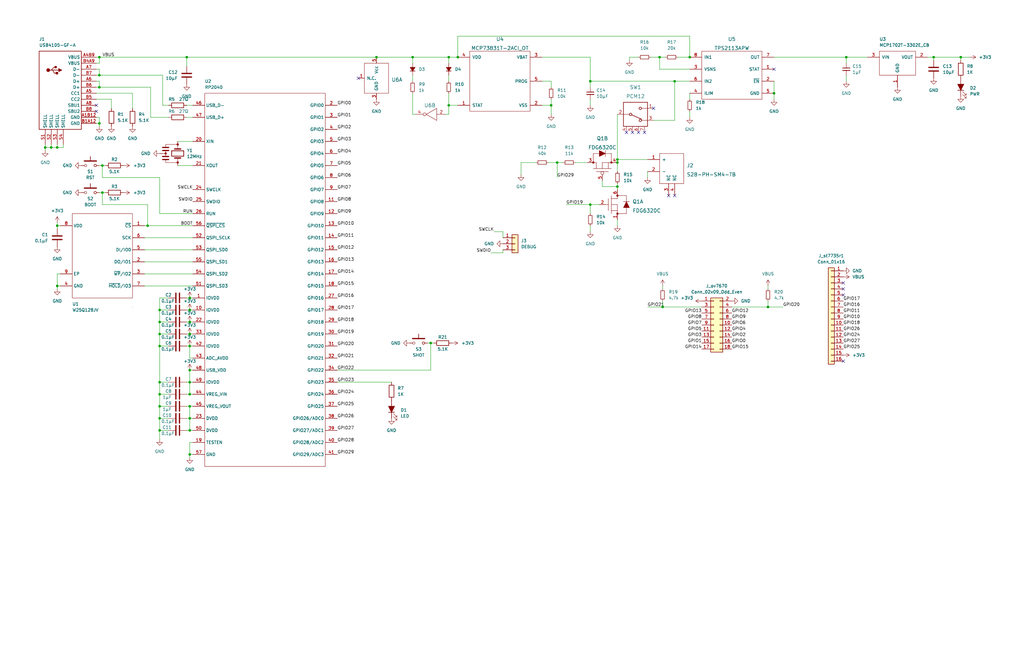
<source format=kicad_sch>
(kicad_sch (version 20211123) (generator eeschema)
  (paper "USLedger")
  (title_block (title "ENGR3430 final_proj_basedon_mp3") (date "2022-09-22") (company "Olin College of Engineering"))
  (junction (at 234.95 68.58))
  (junction (at 67.31 130.81))
  (junction (at 290.83 24.13))
  (junction (at 326.39 39.37))
  (junction (at 260.35 78.74))
  (junction (at 67.31 146.05))
  (junction (at 80.01 125.73))
  (junction (at 189.23 44.45))
  (junction (at 67.31 171.45))
  (junction (at 80.01 156.21))
  (junction (at 41.91 24.13))
  (junction (at 173.99 24.13))
  (junction (at 41.91 36.83))
  (junction (at 19.05 62.23))
  (junction (at 80.01 176.53))
  (junction (at 189.23 24.13))
  (junction (at 41.91 52.07))
  (junction (at 405.13 24.13))
  (junction (at 279.4 129.54))
  (junction (at 284.48 34.29))
  (junction (at 193.04 24.13))
  (junction (at 356.87 24.13))
  (junction (at 181.61 144.78))
  (junction (at 67.31 161.29))
  (junction (at 80.01 166.37))
  (junction (at 78.74 24.13))
  (junction (at 80.01 135.89))
  (junction (at 80.01 140.97))
  (junction (at 67.31 140.97))
  (junction (at 232.41 44.45))
  (junction (at 80.01 191.77))
  (junction (at 80.01 171.45))
  (junction (at 260.35 68.58))
  (junction (at 158.75 24.13))
  (junction (at 393.7 24.13))
  (junction (at 21.59 62.23))
  (junction (at 80.01 181.61))
  (junction (at 67.31 176.53))
  (junction (at 80.01 161.29))
  (junction (at 43.18 69.85))
  (junction (at 80.01 146.05))
  (junction (at 24.13 120.65))
  (junction (at 43.18 81.28))
  (junction (at 248.92 86.36))
  (junction (at 260.35 67.31))
  (junction (at 323.85 129.54))
  (junction (at 62.23 95.25))
  (junction (at 24.13 95.25))
  (junction (at 67.31 181.61))
  (junction (at 24.13 62.23))
  (junction (at 278.13 24.13))
  (junction (at 41.91 31.75))
  (junction (at 67.31 166.37))
  (junction (at 248.92 34.29))
  (junction (at 80.01 130.81))
  (junction (at 67.31 135.89))
  (no_connect (at 151.13 33.02))
  (no_connect (at 40.64 46.99))
  (no_connect (at 40.64 44.45))
  (no_connect (at 269.24 55.88))
  (no_connect (at 264.16 55.88))
  (no_connect (at 266.7 55.88))
  (no_connect (at 275.59 45.72))
  (no_connect (at 271.78 55.88))
  (no_connect (at 355.6 119.38))
  (no_connect (at 355.6 121.92))
  (no_connect (at 355.6 124.46))
  (no_connect (at 355.6 152.4))
  (no_connect (at 281.94 82.55))
  (no_connect (at 284.48 82.55))
  (no_connect (at 326.39 29.21))
  (wire (pts (xy 356.87 24.13) (xy 365.76 24.13)))
  (wire (pts (xy 78.74 146.05) (xy 80.01 146.05)))
  (wire (pts (xy 67.31 130.81) (xy 71.12 130.81)))
  (wire (pts (xy 158.75 24.13) (xy 173.99 24.13)))
  (wire (pts (xy 78.74 140.97) (xy 80.01 140.97)))
  (wire (pts (xy 212.09 106.68) (xy 212.09 105.41)))
  (wire (pts (xy 67.31 146.05) (xy 67.31 140.97)))
  (wire (pts (xy 40.64 36.83) (xy 41.91 36.83)))
  (wire (pts (xy 219.71 68.58) (xy 219.71 73.66)))
  (wire (pts (xy 68.58 31.75) (xy 68.58 44.45)))
  (wire (pts (xy 260.35 77.47) (xy 260.35 78.74)))
  (wire (pts (xy 193.04 15.24) (xy 290.83 15.24)))
  (wire (pts (xy 260.35 48.26) (xy 260.35 67.31)))
  (wire (pts (xy 173.99 48.26) (xy 175.26 48.26)))
  (wire (pts (xy 41.91 36.83) (xy 63.5 36.83)))
  (wire (pts (xy 278.13 24.13) (xy 280.67 24.13)))
  (wire (pts (xy 80.01 166.37) (xy 81.28 166.37)))
  (wire (pts (xy 68.58 44.45) (xy 71.12 44.45)))
  (wire (pts (xy 356.87 31.75) (xy 356.87 34.29)))
  (wire (pts (xy 269.24 24.13) (xy 265.43 24.13)))
  (wire (pts (xy 189.23 44.45) (xy 193.04 44.45)))
  (wire (pts (xy 173.99 24.13) (xy 173.99 26.67)))
  (wire (pts (xy 326.39 24.13) (xy 356.87 24.13)))
  (wire (pts (xy 62.23 86.36) (xy 62.23 95.25)))
  (wire (pts (xy 24.13 62.23) (xy 26.67 62.23)))
  (wire (pts (xy 67.31 166.37) (xy 67.31 161.29)))
  (wire (pts (xy 326.39 34.29) (xy 326.39 39.37)))
  (wire (pts (xy 67.31 161.29) (xy 71.12 161.29)))
  (wire (pts (xy 278.13 24.13) (xy 278.13 29.21)))
  (wire (pts (xy 19.05 60.96) (xy 19.05 62.23)))
  (wire (pts (xy 43.18 86.36) (xy 62.23 86.36)))
  (wire (pts (xy 41.91 49.53) (xy 41.91 52.07)))
  (wire (pts (xy 80.01 146.05) (xy 81.28 146.05)))
  (wire (pts (xy 181.61 144.78) (xy 182.88 144.78)))
  (wire (pts (xy 393.7 24.13) (xy 405.13 24.13)))
  (wire (pts (xy 41.91 36.83) (xy 41.91 34.29)))
  (wire (pts (xy 284.48 34.29) (xy 290.83 34.29)))
  (wire (pts (xy 80.01 171.45) (xy 80.01 176.53)))
  (wire (pts (xy 180.34 144.78) (xy 181.61 144.78)))
  (wire (pts (xy 40.64 29.21) (xy 41.91 29.21)))
  (wire (pts (xy 279.4 127) (xy 279.4 129.54)))
  (wire (pts (xy 67.31 130.81) (xy 67.31 125.73)))
  (wire (pts (xy 67.31 135.89) (xy 67.31 130.81)))
  (wire (pts (xy 78.74 44.45) (xy 81.28 44.45)))
  (wire (pts (xy 80.01 161.29) (xy 81.28 161.29)))
  (wire (pts (xy 55.88 39.37) (xy 55.88 45.72)))
  (wire (pts (xy 80.01 151.13) (xy 81.28 151.13)))
  (wire (pts (xy 78.74 161.29) (xy 80.01 161.29)))
  (wire (pts (xy 78.74 171.45) (xy 80.01 171.45)))
  (wire (pts (xy 284.48 34.29) (xy 284.48 50.8)))
  (wire (pts (xy 67.31 140.97) (xy 67.31 135.89)))
  (wire (pts (xy 326.39 39.37) (xy 326.39 41.91)))
  (wire (pts (xy 285.75 24.13) (xy 290.83 24.13)))
  (wire (pts (xy 67.31 146.05) (xy 71.12 146.05)))
  (wire (pts (xy 142.24 161.29) (xy 165.1 161.29)))
  (wire (pts (xy 60.96 95.25) (xy 62.23 95.25)))
  (wire (pts (xy 41.91 52.07) (xy 41.91 53.34)))
  (wire (pts (xy 67.31 90.17) (xy 81.28 90.17)))
  (wire (pts (xy 248.92 41.91) (xy 248.92 44.45)))
  (wire (pts (xy 80.01 176.53) (xy 80.01 181.61)))
  (wire (pts (xy 81.28 125.73) (xy 80.01 125.73)))
  (wire (pts (xy 181.61 144.78) (xy 181.61 156.21)))
  (wire (pts (xy 46.99 41.91) (xy 46.99 45.72)))
  (wire (pts (xy 24.13 96.52) (xy 24.13 95.25)))
  (wire (pts (xy 278.13 29.21) (xy 290.83 29.21)))
  (wire (pts (xy 24.13 115.57) (xy 24.13 120.65)))
  (wire (pts (xy 78.74 166.37) (xy 80.01 166.37)))
  (wire (pts (xy 43.18 81.28) (xy 44.45 81.28)))
  (wire (pts (xy 63.5 49.53) (xy 71.12 49.53)))
  (wire (pts (xy 187.96 48.26) (xy 189.23 48.26)))
  (wire (pts (xy 193.04 24.13) (xy 193.04 15.24)))
  (wire (pts (xy 80.01 156.21) (xy 80.01 161.29)))
  (wire (pts (xy 290.83 39.37) (xy 290.83 41.91)))
  (wire (pts (xy 228.6 34.29) (xy 232.41 34.29)))
  (wire (pts (xy 81.28 171.45) (xy 80.01 171.45)))
  (wire (pts (xy 78.74 176.53) (xy 80.01 176.53)))
  (wire (pts (xy 40.64 39.37) (xy 55.88 39.37)))
  (wire (pts (xy 265.43 24.13) (xy 265.43 25.4)))
  (wire (pts (xy 391.16 24.13) (xy 393.7 24.13)))
  (wire (pts (xy 232.41 44.45) (xy 232.41 48.26)))
  (wire (pts (xy 207.01 106.68) (xy 212.09 106.68)))
  (wire (pts (xy 78.74 24.13) (xy 78.74 27.94)))
  (wire (pts (xy 226.06 68.58) (xy 219.71 68.58)))
  (wire (pts (xy 41.91 81.28) (xy 43.18 81.28)))
  (wire (pts (xy 24.13 93.98) (xy 24.13 95.25)))
  (wire (pts (xy 60.96 115.57) (xy 81.28 115.57)))
  (wire (pts (xy 21.59 60.96) (xy 21.59 62.23)))
  (wire (pts (xy 25.4 120.65) (xy 24.13 120.65)))
  (wire (pts (xy 189.23 24.13) (xy 193.04 24.13)))
  (wire (pts (xy 80.01 156.21) (xy 81.28 156.21)))
  (wire (pts (xy 41.91 69.85) (xy 43.18 69.85)))
  (wire (pts (xy 80.01 181.61) (xy 81.28 181.61)))
  (wire (pts (xy 41.91 24.13) (xy 41.91 26.67)))
  (wire (pts (xy 41.91 26.67) (xy 40.64 26.67)))
  (wire (pts (xy 273.05 72.39) (xy 273.05 74.93)))
  (wire (pts (xy 41.91 31.75) (xy 68.58 31.75)))
  (wire (pts (xy 67.31 125.73) (xy 71.12 125.73)))
  (wire (pts (xy 41.91 24.13) (xy 78.74 24.13)))
  (wire (pts (xy 173.99 24.13) (xy 189.23 24.13)))
  (wire (pts (xy 260.35 78.74) (xy 260.35 80.01)))
  (wire (pts (xy 260.35 67.31) (xy 273.05 67.31)))
  (wire (pts (xy 279.4 120.65) (xy 279.4 121.92)))
  (wire (pts (xy 232.41 41.91) (xy 232.41 44.45)))
  (wire (pts (xy 81.28 186.69) (xy 80.01 186.69)))
  (wire (pts (xy 248.92 34.29) (xy 284.48 34.29)))
  (wire (pts (xy 290.83 15.24) (xy 290.83 24.13)))
  (wire (pts (xy 67.31 176.53) (xy 71.12 176.53)))
  (wire (pts (xy 41.91 34.29) (xy 40.64 34.29)))
  (wire (pts (xy 67.31 171.45) (xy 67.31 166.37)))
  (wire (pts (xy 405.13 24.13) (xy 408.94 24.13)))
  (wire (pts (xy 80.01 176.53) (xy 81.28 176.53)))
  (wire (pts (xy 41.91 31.75) (xy 40.64 31.75)))
  (wire (pts (xy 21.59 62.23) (xy 24.13 62.23)))
  (wire (pts (xy 252.73 86.36) (xy 248.92 86.36)))
  (wire (pts (xy 63.5 36.83) (xy 63.5 49.53)))
  (wire (pts (xy 173.99 48.26) (xy 173.99 39.37)))
  (wire (pts (xy 231.14 68.58) (xy 234.95 68.58)))
  (wire (pts (xy 24.13 120.65) (xy 24.13 121.92)))
  (wire (pts (xy 19.05 62.23) (xy 21.59 62.23)))
  (wire (pts (xy 234.95 68.58) (xy 234.95 74.93)))
  (wire (pts (xy 279.4 129.54) (xy 295.91 129.54)))
  (wire (pts (xy 189.23 24.13) (xy 189.23 26.67)))
  (wire (pts (xy 189.23 31.75) (xy 189.23 34.29)))
  (wire (pts (xy 62.23 95.25) (xy 81.28 95.25)))
  (wire (pts (xy 80.01 146.05) (xy 80.01 151.13)))
  (wire (pts (xy 208.28 97.79) (xy 212.09 97.79)))
  (wire (pts (xy 238.76 86.36) (xy 248.92 86.36)))
  (wire (pts (xy 80.01 186.69) (xy 80.01 191.77)))
  (wire (pts (xy 189.23 44.45) (xy 189.23 48.26)))
  (wire (pts (xy 40.64 49.53) (xy 41.91 49.53)))
  (wire (pts (xy 80.01 135.89) (xy 81.28 135.89)))
  (wire (pts (xy 308.61 129.54) (xy 323.85 129.54)))
  (wire (pts (xy 248.92 24.13) (xy 248.92 34.29)))
  (wire (pts (xy 67.31 181.61) (xy 71.12 181.61)))
  (wire (pts (xy 60.96 100.33) (xy 81.28 100.33)))
  (wire (pts (xy 323.85 127) (xy 323.85 129.54)))
  (wire (pts (xy 67.31 166.37) (xy 71.12 166.37)))
  (wire (pts (xy 19.05 63.5) (xy 19.05 62.23)))
  (wire (pts (xy 232.41 34.29) (xy 232.41 36.83)))
  (wire (pts (xy 254 76.2) (xy 254 78.74)))
  (wire (pts (xy 60.96 110.49) (xy 81.28 110.49)))
  (wire (pts (xy 41.91 29.21) (xy 41.91 31.75)))
  (wire (pts (xy 41.91 52.07) (xy 40.64 52.07)))
  (wire (pts (xy 24.13 60.96) (xy 24.13 62.23)))
  (wire (pts (xy 67.31 171.45) (xy 71.12 171.45)))
  (wire (pts (xy 173.99 31.75) (xy 173.99 34.29)))
  (wire (pts (xy 60.96 120.65) (xy 81.28 120.65)))
  (wire (pts (xy 26.67 62.23) (xy 26.67 60.96)))
  (wire (pts (xy 24.13 95.25) (xy 25.4 95.25)))
  (wire (pts (xy 43.18 74.93) (xy 67.31 74.93)))
  (wire (pts (xy 78.74 135.89) (xy 80.01 135.89)))
  (wire (pts (xy 393.7 24.13) (xy 393.7 25.4)))
  (wire (pts (xy 284.48 50.8) (xy 275.59 50.8)))
  (wire (pts (xy 212.09 97.79) (xy 212.09 100.33)))
  (wire (pts (xy 80.01 161.29) (xy 80.01 166.37)))
  (wire (pts (xy 81.28 191.77) (xy 80.01 191.77)))
  (wire (pts (xy 43.18 69.85) (xy 44.45 69.85)))
  (wire (pts (xy 80.01 130.81) (xy 81.28 130.81)))
  (wire (pts (xy 43.18 69.85) (xy 43.18 74.93)))
  (wire (pts (xy 40.64 24.13) (xy 41.91 24.13)))
  (wire (pts (xy 260.35 67.31) (xy 260.35 68.58)))
  (wire (pts (xy 290.83 46.99) (xy 290.83 49.53)))
  (wire (pts (xy 260.35 92.71) (xy 260.35 95.25)))
  (wire (pts (xy 274.32 24.13) (xy 278.13 24.13)))
  (wire (pts (xy 74.93 59.69) (xy 81.28 59.69)))
  (wire (pts (xy 248.92 34.29) (xy 248.92 36.83)))
  (wire (pts (xy 78.74 24.13) (xy 158.75 24.13)))
  (wire (pts (xy 67.31 185.42) (xy 67.31 181.61)))
  (wire (pts (xy 60.96 105.41) (xy 81.28 105.41)))
  (wire (pts (xy 405.13 24.13) (xy 405.13 25.4)))
  (wire (pts (xy 248.92 95.25) (xy 248.92 97.79)))
  (wire (pts (xy 228.6 24.13) (xy 248.92 24.13)))
  (wire (pts (xy 228.6 44.45) (xy 232.41 44.45)))
  (wire (pts (xy 78.74 130.81) (xy 80.01 130.81)))
  (wire (pts (xy 181.61 156.21) (xy 142.24 156.21)))
  (wire (pts (xy 43.18 81.28) (xy 43.18 86.36)))
  (wire (pts (xy 234.95 68.58) (xy 237.49 68.58)))
  (wire (pts (xy 25.4 115.57) (xy 24.13 115.57)))
  (wire (pts (xy 323.85 129.54) (xy 330.2 129.54)))
  (wire (pts (xy 323.85 120.65) (xy 323.85 121.92)))
  (wire (pts (xy 248.92 86.36) (xy 248.92 90.17)))
  (wire (pts (xy 356.87 24.13) (xy 356.87 26.67)))
  (wire (pts (xy 67.31 146.05) (xy 67.31 161.29)))
  (wire (pts (xy 273.05 129.54) (xy 279.4 129.54)))
  (wire (pts (xy 78.74 49.53) (xy 81.28 49.53)))
  (wire (pts (xy 80.01 140.97) (xy 81.28 140.97)))
  (wire (pts (xy 67.31 74.93) (xy 67.31 90.17)))
  (wire (pts (xy 74.93 69.85) (xy 81.28 69.85)))
  (wire (pts (xy 40.64 41.91) (xy 46.99 41.91)))
  (wire (pts (xy 189.23 39.37) (xy 189.23 44.45)))
  (wire (pts (xy 67.31 176.53) (xy 67.31 171.45)))
  (wire (pts (xy 78.74 181.61) (xy 80.01 181.61)))
  (wire (pts (xy 254 78.74) (xy 260.35 78.74)))
  (wire (pts (xy 80.01 191.77) (xy 80.01 193.04)))
  (wire (pts (xy 67.31 135.89) (xy 71.12 135.89)))
  (wire (pts (xy 67.31 140.97) (xy 71.12 140.97)))
  (wire (pts (xy 67.31 181.61) (xy 67.31 176.53)))
  (wire (pts (xy 260.35 68.58) (xy 260.35 72.39)))
  (wire (pts (xy 242.57 68.58) (xy 247.65 68.58)))
  (wire (pts (xy 78.74 125.73) (xy 80.01 125.73)))
  (label "GPIO6" (at 308.61 137.16 0))
  (label "GPIO21" (at 142.24 151.13 0))
  (label "GPIO24" (at 355.6 142.24 0))
  (label "GPIO10" (at 355.6 134.62 0))
  (label "GPIO11" (at 355.6 132.08 0))
  (label "GPIO20" (at 330.2 129.54 0))
  (label "GPIO17" (at 142.24 130.81 0))
  (label "GPIO16" (at 142.24 125.73 0))
  (label "GPIO12" (at 142.24 105.41 0))
  (label "GPIO18" (at 355.6 137.16 0))
  (label "GPIO29" (at 234.95 74.93 0))
  (label "GPIO5" (at 295.91 139.7 180))
  (label "GPIO7" (at 295.91 137.16 180))
  (label "GPIO4" (at 142.24 64.77 0))
  (label "RUN" (at 81.28 90.17 180))
  (label "GPIO10" (at 142.24 95.25 0))
  (label "SWDIO" (at 81.28 85.09 180))
  (label "GPIO6" (at 142.24 74.93 0))
  (label "SWCLK" (at 81.28 80.01 180))
  (label "GPIO17" (at 355.6 127 0))
  (label "GPIO28" (at 142.24 186.69 0))
  (label "GPIO27" (at 355.6 144.78 0))
  (label "GPIO24" (at 142.24 166.37 0))
  (label "GPIO27" (at 142.24 181.61 0))
  (label "GPIO26" (at 142.24 176.53 0))
  (label "SWDIO" (at 207.01 106.68 180))
  (label "GPIO13" (at 295.91 132.08 180))
  (label "GPIO14" (at 295.91 147.32 180))
  (label "GPIO1" (at 142.24 49.53 0))
  (label "GPIO19" (at 238.76 86.36 0))
  (label "GPIO25" (at 142.24 171.45 0))
  (label "GPIO9" (at 142.24 90.17 0))
  (label "GPIO0" (at 142.24 44.45 0))
  (label "GPIO14" (at 142.24 115.57 0))
  (label "GPIO18" (at 142.24 135.89 0))
  (label "GPIO15" (at 142.24 120.65 0))
  (label "GPIO26" (at 355.6 139.7 0))
  (label "VBUS" (at 43.18 24.13 0))
  (label "GPIO3" (at 295.91 142.24 180))
  (label "GPIO4" (at 308.61 139.7 0))
  (label "GPIO2" (at 308.61 142.24 0))
  (label "GPIO25" (at 355.6 147.32 0))
  (label "GPIO15" (at 308.61 147.32 0))
  (label "BOOT" (at 81.28 95.25 180))
  (label "GPIO13" (at 142.24 110.49 0))
  (label "GPIO20" (at 142.24 146.05 0))
  (label "GPIO8" (at 142.24 85.09 0))
  (label "GPIO11" (at 142.24 100.33 0))
  (label "GPIO21" (at 273.05 129.54 0))
  (label "GPIO8" (at 295.91 134.62 180))
  (label "GPIO9" (at 308.61 134.62 0))
  (label "GPIO16" (at 355.6 129.54 0))
  (label "GPIO2" (at 142.24 54.61 0))
  (label "GPIO12" (at 308.61 132.08 0))
  (label "GPIO0" (at 308.61 144.78 0))
  (label "GPIO19" (at 142.24 140.97 0))
  (label "GPIO29" (at 142.24 191.77 0))
  (label "GPIO5" (at 142.24 69.85 0))
  (label "SWCLK" (at 208.28 97.79 180))
  (label "GPIO3" (at 142.24 59.69 0))
  (label "GPIO7" (at 142.24 80.01 0))
  (label "GPIO1" (at 295.91 144.78 180))
  (label "GPIO23" (at 142.24 161.29 0))
  (label "GPIO22" (at 142.24 156.21 0))
  (symbol (lib_id "Device:C_Small") (at 248.92 39.37 0) (unit 1)
    (property "Reference" "C14" (at 251.46 38.1062 0) (effects (justify left)))
    (property "Value" "10µF" (at 251.46 40.6462 0) (effects (justify left)))
    (property "Footprint" "Capacitor_SMD:C_0603_1608Metric" (effects hide))
  )
  (symbol (lib_id "Eclectronics:PCM12") (at 267.97 48.26 0) (unit 1)
    (property "Reference" "SW1" (at 267.97 36.83 0) (effects (font (size 1.524 1.524))))
    (property "Value" "PCM12" (at 267.97 40.64 0) (effects (font (size 1.524 1.524))))
    (property "Footprint" "Eclectronics:SW_PCM12SMTR" (effects hide))
  )
  (symbol (lib_id "Connector_Generic:Conn_01x03") (at 217.17 102.87 0) (unit 1)
    (property "Reference" "J3" (at 219.71 101.6 0) (effects (justify left)))
    (property "Value" "DEBUG" (at 219.71 104.14 0) (effects (justify left)))
    (property "Footprint" "Connector_PinHeader_2.54mm:PinHeader_1x03_P2.54mm_Vertical" (effects hide))
  )
  (symbol (lib_id "power:GND") (at 326.39 41.91 0) (unit 1)
    (property "Reference" "#PWR0102" (effects hide))
    (property "Value" "GND" (at 326.39 46.99 0))
  )
  (symbol (lib_id "power:GND") (at 34.29 81.28 270) (unit 1)
    (property "Reference" "#PWR06" (effects hide))
    (property "Value" "GND" (at 30.48 81.2799 90) (effects (justify right)))
  )
  (symbol (lib_id "Eclectronics:SW") (at 176.53 144.78 270) (unit 1)
    (property "Reference" "S3" (at 176.53 147.32 90))
    (property "Value" "SHOT" (at 176.53 149.86 90))
    (property "Footprint" "Eclectronics:KXT321LHS" (effects hide))
  )
  (symbol (lib_id "power:GND") (at 19.05 63.5 0) (unit 1)
    (property "Reference" "#PWR01" (effects hide))
    (property "Value" "GND" (at 19.05 68.58 0))
  )
  (symbol (lib_id "Device:C_Small") (at 356.87 29.21 0) (unit 1)
    (property "Reference" "C15" (at 359.41 27.9462 0) (effects (justify left)))
    (property "Value" "1µF" (at 359.41 30.4862 0) (effects (justify left)))
    (property "Footprint" "Capacitor_SMD:C_0402_1005Metric" (effects hide))
  )
  (symbol (lib_id "power:+3V3") (at 80.01 135.89 0) (unit 1)
    (property "Reference" "#PWR0120" (effects hide))
    (property "Value" "+3V3" (at 80.01 132.08 0))
  )
  (symbol (lib_id "power:GND") (at 172.72 144.78 270) (unit 1)
    (property "Reference" "#PWR?" (effects hide))
    (property "Value" "GND" (at 168.91 144.7799 90) (effects (justify right)))
  )
  (symbol (lib_id "Device:R_Small") (at 260.35 74.93 0) (unit 1)
    (property "Reference" "R15" (at 262.89 73.6599 0) (effects (justify left)))
    (property "Value" "10k" (at 262.89 76.1999 0) (effects (justify left)))
    (property "Footprint" "Resistor_SMD:R_0603_1608Metric" (effects hide))
  )
  (symbol (lib_id "Device:R") (at 74.93 49.53 90) (unit 1)
    (property "Reference" "R6" (at 72.39 46.99 90))
    (property "Value" "27Ω" (at 77.47 46.99 90))
    (property "Footprint" "Resistor_SMD:R_0402_1005Metric" (effects hide))
  )
  (symbol (lib_id "power:GND") (at 212.09 102.87 270) (unit 1)
    (property "Reference" "#PWR026" (effects hide))
    (property "Value" "GND" (at 208.28 102.87 90) (effects (justify right)))
  )
  (symbol (lib_id "Connector_Generic:Conn_02x09_Odd_Even") (at 300.99 137.16 0) (unit 1)
    (property "Reference" "J_ov7670" (at 302.26 120.65 0))
    (property "Value" "Conn_02x09_Odd_Even" (at 302.26 123.19 0))
    (property "Footprint" "Connector_PinHeader_2.54mm:PinHeader_2x09_P2.54mm_Vertical" (effects hide))
  )
  (symbol (lib_id "power:GND") (at 248.92 44.45 0) (unit 1)
    (property "Reference" "#PWR0116" (effects hide))
    (property "Value" "GND" (at 248.92 49.53 0))
  )
  (symbol (lib_id "Eclectronics:SW") (at 38.1 69.85 270) (unit 1)
    (property "Reference" "S1" (at 38.1 72.39 90))
    (property "Value" "RST" (at 38.1 74.93 90))
    (property "Footprint" "Eclectronics:KXT321LHS" (effects hide))
  )
  (symbol (lib_id "Device:C") (at 74.93 140.97 270) (unit 1)
    (property "Reference" "C5" (at 72.39 139.7 90) (effects (justify right)))
    (property "Value" "0.1µF" (at 73.66 142.24 90) (effects (justify right)))
    (property "Footprint" "Capacitor_SMD:C_0402_1005Metric" (effects hide))
  )
  (symbol (lib_id "Device:R") (at 186.69 144.78 90) (unit 1)
    (property "Reference" "R21" (at 186.69 142.24 90))
    (property "Value" "5.1K" (at 186.69 147.32 90))
    (property "Footprint" "Resistor_SMD:R_0402_1005Metric" (effects hide))
  )
  (symbol (lib_id "power:GND") (at 308.61 127 90) (mirror x) (unit 1)
    (property "Reference" "#PWR0111" (effects hide))
    (property "Value" "GND" (at 312.42 126.9999 90) (effects (justify right)))
  )
  (symbol (lib_id "Device:C") (at 74.93 176.53 270) (unit 1)
    (property "Reference" "C10" (at 72.39 175.26 90) (effects (justify right)))
    (property "Value" "0.1µF" (at 73.66 177.8 90) (effects (justify right)))
    (property "Footprint" "Capacitor_SMD:C_0402_1005Metric" (effects hide))
  )
  (symbol (lib_id "Connector_Generic:Conn_01x16") (at 350.52 132.08 0) (mirror y) (unit 1)
    (property "Reference" "J_st7735r1" (at 350.52 107.95 0))
    (property "Value" "Conn_01x16" (at 350.52 110.49 0))
    (property "Footprint" "Connector_PinHeader_2.54mm:PinHeader_1x16_P2.54mm_Vertical" (effects hide))
  )
  (symbol (lib_id "Eclectronics:S2B-PH-SM4-TB") (at 283.21 69.85 0) (unit 1)
    (property "Reference" "J2" (at 289.56 69.85 0) (effects (font (size 1.524 1.524)) (justify left)))
    (property "Value" "S2B-PH-SM4-TB" (at 289.56 73.66 0) (effects (font (size 1.524 1.524)) (justify left)))
    (property "Footprint" "Eclectronics:JST_S2B-PH-SM4-TB(LF)(SN)" (effects hide))
  )
  (symbol (lib_id "Device:C") (at 24.13 100.33 0) (mirror x) (unit 1)
    (property "Reference" "C1" (at 20.32 99.0599 0) (effects (justify right)))
    (property "Value" "0.1µF" (at 20.32 101.5999 0) (effects (justify right)))
    (property "Footprint" "Capacitor_SMD:C_0402_1005Metric" (effects hide))
  )
  (symbol (lib_id "power:GND") (at 46.99 53.34 0) (unit 1)
    (property "Reference" "#PWR08" (effects hide))
    (property "Value" "GND" (at 46.99 58.42 0))
  )
  (symbol (lib_id "Eclectronics:SN74LVC1GU04") (at 181.61 48.26 180) (unit 2)
    (property "Reference" "U6" (at 181.2925 44.45 0) (effects (font (size 1.524 1.524))))
    (property "Value" "SN74LVC1GU04" (effects hide))
    (property "Footprint" "Package_TO_SOT_SMD:SOT-353_SC-70-5" (effects hide))
  )
  (symbol (lib_id "power:GND") (at 378.46 36.83 0) (unit 1)
    (property "Reference" "#PWR018" (effects hide))
    (property "Value" "GND" (at 378.46 41.91 0))
  )
  (symbol (lib_id "Device:C") (at 74.93 146.05 270) (unit 1)
    (property "Reference" "C6" (at 72.39 144.78 90) (effects (justify right)))
    (property "Value" "0.1µF" (at 73.66 147.32 90) (effects (justify right)))
    (property "Footprint" "Capacitor_SMD:C_0402_1005Metric" (effects hide))
  )
  (symbol (lib_id "power:VBUS") (at 279.4 120.65 0) (unit 1)
    (property "Reference" "#PWR0109" (effects hide))
    (property "Value" "VBUS" (at 279.4 115.57 0))
  )
  (symbol (lib_id "Device:R") (at 48.26 69.85 90) (unit 1)
    (property "Reference" "R2" (at 48.26 67.31 90))
    (property "Value" "5.1K" (at 48.26 72.39 90))
    (property "Footprint" "Resistor_SMD:R_0402_1005Metric" (effects hide))
  )
  (symbol (lib_id "Eclectronics:SW") (at 38.1 81.28 270) (unit 1)
    (property "Reference" "S2" (at 38.1 83.82 90))
    (property "Value" "BOOT" (at 38.1 86.36 90))
    (property "Footprint" "Eclectronics:KXT321LHS" (effects hide))
  )
  (symbol (lib_id "power:+3V3") (at 408.94 24.13 270) (unit 1)
    (property "Reference" "#PWR025" (effects hide))
    (property "Value" "+3V3" (at 412.75 24.1299 90) (effects (justify left)))
  )
  (symbol (lib_id "power:+3V3") (at 80.01 130.81 0) (unit 1)
    (property "Reference" "#PWR0119" (effects hide))
    (property "Value" "+3V3" (at 80.01 127 0))
  )
  (symbol (lib_id "power:GND") (at 393.7 33.02 0) (unit 1)
    (property "Reference" "#PWR023" (effects hide))
    (property "Value" "GND" (at 393.7 38.1 0))
  )
  (symbol (lib_id "Device:R_Small") (at 232.41 39.37 0) (unit 1)
    (property "Reference" "R11" (at 234.95 38.0999 0) (effects (justify left)))
    (property "Value" "10k" (at 234.95 40.6399 0) (effects (justify left)))
    (property "Footprint" "Resistor_SMD:R_0603_1608Metric" (effects hide))
  )
  (symbol (lib_id "Device:R_Small") (at 228.6 68.58 90) (unit 1)
    (property "Reference" "R12" (at 228.6 62.23 90))
    (property "Value" "40k" (at 228.6 64.77 90))
    (property "Footprint" "Resistor_SMD:R_0603_1608Metric" (effects hide))
  )
  (symbol (lib_id "power:GND") (at 24.13 104.14 0) (unit 1)
    (property "Reference" "#PWR03" (effects hide))
    (property "Value" "GND" (at 24.13 109.22 0))
  )
  (symbol (lib_id "Eclectronics:MCP73831T-2ACI_OT") (at 210.82 34.29 0) (unit 1)
    (property "Reference" "U4" (at 210.82 16.51 0) (effects (font (size 1.524 1.524))))
    (property "Value" "MCP73831T-2ACI_OT" (at 210.82 20.32 0) (effects (font (size 1.524 1.524))))
    (property "Footprint" "Package_TO_SOT_SMD:SOT-23-5" (effects hide))
  )
  (symbol (lib_id "Device:LED_Filled") (at 405.13 36.83 90) (unit 1)
    (property "Reference" "D2" (at 408.94 37.1474 90) (effects (justify right)))
    (property "Value" "PWR" (at 408.94 39.6874 90) (effects (justify right)))
    (property "Footprint" "LED_SMD:LED_0805_2012Metric" (effects hide))
  )
  (symbol (lib_id "power:GND") (at 41.91 53.34 0) (unit 1)
    (property "Reference" "#PWR07" (effects hide))
    (property "Value" "GND" (at 41.91 58.42 0))
  )
  (symbol (lib_id "power:GND") (at 80.01 193.04 0) (unit 1)
    (property "Reference" "#PWR015" (effects hide))
    (property "Value" "GND" (at 80.01 198.12 0))
  )
  (symbol (lib_id "Eclectronics:USB4105-GF-A") (at 25.4 38.1 0) (unit 1)
    (property "Reference" "J1" (at 16.51 16.51 0) (effects (justify left)))
    (property "Value" "USB4105-GF-A" (at 16.51 19.05 0) (effects (justify left)))
    (property "Footprint" "Eclectronics:USB4105-GF-A" (effects hide))
  )
  (symbol (lib_id "power:GND") (at 34.29 69.85 270) (unit 1)
    (property "Reference" "#PWR05" (effects hide))
    (property "Value" "GND" (at 30.48 69.8499 90) (effects (justify right)))
  )
  (symbol (lib_id "Device:R_Small") (at 271.78 24.13 90) (unit 1)
    (property "Reference" "R16" (at 271.78 17.78 90))
    (property "Value" "10k" (at 271.78 20.32 90))
    (property "Footprint" "Resistor_SMD:R_0603_1608Metric" (effects hide))
  )
  (symbol (lib_id "power:GND") (at 232.41 48.26 0) (unit 1)
    (property "Reference" "#PWR0117" (effects hide))
    (property "Value" "GND" (at 232.41 53.34 0))
  )
  (symbol (lib_id "power:+3V3") (at 52.07 81.28 270) (unit 1)
    (property "Reference" "#PWR010" (effects hide))
    (property "Value" "+3V3" (at 56.134 81.2799 90) (effects (justify left)))
  )
  (symbol (lib_id "power:GND") (at 165.1 176.53 0) (unit 1)
    (property "Reference" "#PWR016" (effects hide))
    (property "Value" "GND" (at 165.1 181.61 0))
  )
  (symbol (lib_id "power:+3V3") (at 52.07 69.85 270) (unit 1)
    (property "Reference" "#PWR09" (effects hide))
    (property "Value" "+3V3" (at 56.134 69.8499 90) (effects (justify left)))
  )
  (symbol (lib_id "Device:C") (at 74.93 130.81 270) (unit 1)
    (property "Reference" "C3" (at 72.39 129.54 90) (effects (justify right)))
    (property "Value" "0.1µF" (at 73.66 132.08 90) (effects (justify right)))
    (property "Footprint" "Capacitor_SMD:C_0402_1005Metric" (effects hide))
  )
  (symbol (lib_id "Device:R_Small") (at 290.83 44.45 0) (unit 1)
    (property "Reference" "R18" (at 293.37 43.1799 0) (effects (justify left)))
    (property "Value" "1k" (at 293.37 45.7199 0) (effects (justify left)))
    (property "Footprint" "Resistor_SMD:R_0402_1005Metric" (effects hide))
  )
  (symbol (lib_id "Device:C") (at 74.93 166.37 270) (unit 1)
    (property "Reference" "C8" (at 72.39 165.1 90) (effects (justify right)))
    (property "Value" "1µF" (at 72.39 167.64 90) (effects (justify right)))
    (property "Footprint" "Capacitor_SMD:C_0402_1005Metric" (effects hide))
  )
  (symbol (lib_id "power:GND") (at 405.13 40.64 0) (unit 1)
    (property "Reference" "#PWR024" (effects hide))
    (property "Value" "GND" (at 405.13 45.72 0))
  )
  (symbol (lib_id "Device:C") (at 78.74 31.75 0) (mirror x) (unit 1)
    (property "Reference" "C12" (at 74.93 30.4799 0) (effects (justify right)))
    (property "Value" "10µF" (at 74.93 33.0199 0) (effects (justify right)))
    (property "Footprint" "Capacitor_SMD:C_0603_1608Metric" (effects hide))
  )
  (symbol (lib_id "Device:D_Small_Filled") (at 189.23 29.21 90) (unit 1)
    (property "Reference" "D4" (at 191.77 29.2099 90) (effects (justify right)))
    (property "Value" "D_Small_Filled" (effects hide))
    (property "Footprint" "LED_SMD:LED_0805_2012Metric" (effects hide))
  )
  (symbol (lib_id "Device:R") (at 165.1 165.1 0) (unit 1)
    (property "Reference" "R7" (at 167.64 163.8299 0) (effects (justify left)))
    (property "Value" "1K" (at 167.64 166.3699 0) (effects (justify left)))
    (property "Footprint" "Resistor_SMD:R_0402_1005Metric" (effects hide))
  )
  (symbol (lib_id "Device:C") (at 393.7 29.21 0) (unit 1)
    (property "Reference" "C13" (at 397.51 27.9399 0) (effects (justify left)))
    (property "Value" "10µF" (at 397.51 30.4799 0) (effects (justify left)))
    (property "Footprint" "Capacitor_SMD:C_0603_1608Metric" (effects hide))
  )
  (symbol (lib_id "power:+3V3") (at 80.01 146.05 0) (unit 1)
    (property "Reference" "#PWR0122" (effects hide))
    (property "Value" "+3V3" (at 80.01 142.24 0))
  )
  (symbol (lib_id "Device:R") (at 74.93 44.45 90) (unit 1)
    (property "Reference" "R5" (at 72.39 41.91 90))
    (property "Value" "27Ω" (at 77.47 41.91 90))
    (property "Footprint" "Resistor_SMD:R_0402_1005Metric" (effects hide))
  )
  (symbol (lib_id "power:+3V3") (at 355.6 149.86 270) (mirror x) (unit 1)
    (property "Reference" "#PWR0115" (effects hide))
    (property "Value" "+3V3" (at 359.41 149.8599 90) (effects (justify left)))
  )
  (symbol (lib_id "power:GND") (at 265.43 25.4 0) (unit 1)
    (property "Reference" "#PWR0107" (effects hide))
    (property "Value" "GND" (at 265.43 30.48 0))
  )
  (symbol (lib_id "power:+3V3") (at 80.01 125.73 0) (unit 1)
    (property "Reference" "#PWR014" (effects hide))
    (property "Value" "+3V3" (at 80.01 121.92 0))
  )
  (symbol (lib_id "power:GND") (at 158.75 41.91 0) (unit 1)
    (property "Reference" "#PWR0123" (effects hide))
    (property "Value" "GND" (at 158.75 46.99 0))
  )
  (symbol (lib_id "power:GND") (at 24.13 121.92 0) (unit 1)
    (property "Reference" "#PWR04" (effects hide))
    (property "Value" "GND" (at 24.13 127 0))
  )
  (symbol (lib_id "Device:R_Small") (at 283.21 24.13 90) (unit 1)
    (property "Reference" "R17" (at 283.21 17.78 90))
    (property "Value" "20k" (at 283.21 20.32 90))
    (property "Footprint" "Resistor_SMD:R_0603_1608Metric" (effects hide))
  )
  (symbol (lib_id "Device:C") (at 74.93 171.45 270) (unit 1)
    (property "Reference" "C9" (at 72.39 170.18 90) (effects (justify right)))
    (property "Value" "1µF" (at 72.39 172.72 90) (effects (justify right)))
    (property "Footprint" "Capacitor_SMD:C_0402_1005Metric" (effects hide))
  )
  (symbol (lib_id "Device:D_Small_Filled") (at 173.99 29.21 90) (unit 1)
    (property "Reference" "D3" (at 176.53 29.21 90) (effects (justify right)))
    (property "Value" "D_Small_Filled" (effects hide))
    (property "Footprint" "LED_SMD:LED_0805_2012Metric" (effects hide))
  )
  (symbol (lib_id "Eclectronics:FDG6320C") (at 254 68.58 270) (mirror x) (unit 2)
    (property "Reference" "Q1" (at 254 58.42 90) (effects (font (size 1.524 1.524))))
    (property "Value" "FDG6320C" (at 254 62.23 90) (effects (font (size 1.524 1.524))))
    (property "Footprint" "Package_TO_SOT_SMD:SOT-363_SC-70-6" (effects hide))
  )
  (symbol (lib_id "Device:R_Small") (at 240.03 68.58 90) (unit 1)
    (property "Reference" "R13" (at 240.03 62.23 90))
    (property "Value" "11k" (at 240.03 64.77 90))
    (property "Footprint" "Resistor_SMD:R_0603_1608Metric" (effects hide))
  )
  (symbol (lib_id "Eclectronics:W25Q128JV") (at 43.18 107.95 0) (unit 1)
    (property "Reference" "U1" (at 30.48 128.27 0) (effects (justify left)))
    (property "Value" "W25Q128JV" (at 30.48 130.81 0) (effects (justify left)))
    (property "Footprint" "Eclectronics:MIC_WSON-8" (effects hide))
  )
  (symbol (lib_id "Device:R") (at 48.26 81.28 90) (unit 1)
    (property "Reference" "R3" (at 48.26 78.74 90))
    (property "Value" "5.1K" (at 48.26 83.82 90))
    (property "Footprint" "Resistor_SMD:R_0402_1005Metric" (effects hide))
  )
  (symbol (lib_id "power:+3V3") (at 80.01 156.21 0) (unit 1)
    (property "Reference" "#PWR0118" (effects hide))
    (property "Value" "+3V3" (at 80.01 152.4 0))
  )
  (symbol (lib_id "Device:R_Small") (at 279.4 124.46 0) (unit 1)
    (property "Reference" "R19" (at 281.94 123.1899 0) (effects (justify left)))
    (property "Value" "4.7k" (at 281.94 125.7299 0) (effects (justify left)))
    (property "Footprint" "Resistor_SMD:R_0603_1608Metric" (effects hide))
  )
  (symbol (lib_id "power:+3V3") (at 80.01 140.97 0) (unit 1)
    (property "Reference" "#PWR0121" (effects hide))
    (property "Value" "+3V3" (at 80.01 137.16 0))
  )
  (symbol (lib_id "Device:LED_Filled") (at 165.1 172.72 90) (unit 1)
    (property "Reference" "D1" (at 168.91 173.0374 90) (effects (justify right)))
    (property "Value" "LED" (at 168.91 175.5774 90) (effects (justify right)))
    (property "Footprint" "LED_SMD:LED_0805_2012Metric" (effects hide))
  )
  (symbol (lib_id "Device:C") (at 74.93 135.89 270) (unit 1)
    (property "Reference" "C4" (at 72.39 134.62 90) (effects (justify right)))
    (property "Value" "0.1µF" (at 73.66 137.16 90) (effects (justify right)))
    (property "Footprint" "Capacitor_SMD:C_0402_1005Metric" (effects hide))
  )
  (symbol (lib_id "power:GND") (at 248.92 97.79 0) (unit 1)
    (property "Reference" "#PWR0105" (effects hide))
    (property "Value" "GND" (at 248.92 102.87 0))
  )
  (symbol (lib_id "power:GND") (at 67.31 64.77 270) (unit 1)
    (property "Reference" "#PWR012" (effects hide))
    (property "Value" "GND" (at 63.5 64.7699 90) (effects (justify right)))
  )
  (symbol (lib_id "Eclectronics:Crystal") (at 74.93 64.77 270) (unit 1)
    (property "Reference" "Y1" (at 78.74 63.5 90) (effects (justify left)))
    (property "Value" "12MHz" (at 78.74 66.04 90) (effects (justify left)))
    (property "Footprint" "Eclectronics:CSTNE" (effects hide))
  )
  (symbol (lib_id "power:+3V3") (at 190.5 144.78 270) (unit 1)
    (property "Reference" "#PWR?" (effects hide))
    (property "Value" "+3V3" (at 194.564 144.7799 90) (effects (justify left)))
  )
  (symbol (lib_id "power:GND") (at 219.71 73.66 0) (unit 1)
    (property "Reference" "#PWR0103" (effects hide))
    (property "Value" "GND" (at 219.71 78.74 0))
  )
  (symbol (lib_id "power:+3V3") (at 24.13 93.98 0) (unit 1)
    (property "Reference" "#PWR02" (effects hide))
    (property "Value" "+3V3" (at 24.13 88.9 0))
  )
  (symbol (lib_id "Eclectronics:RP2040") (at 111.76 118.11 0) (unit 1)
    (property "Reference" "U2" (at 86.36 34.29 0) (effects (justify left)))
    (property "Value" "RP2040" (at 86.36 36.83 0) (effects (justify left)))
    (property "Footprint" "Eclectronics:RP2040" (effects hide))
  )
  (symbol (lib_id "Device:R_Small") (at 189.23 36.83 0) (unit 1)
    (property "Reference" "R10" (at 191.77 35.5599 0) (effects (justify left)))
    (property "Value" "1k" (at 191.77 38.0999 0) (effects (justify left)))
    (property "Footprint" "Resistor_SMD:R_0402_1005Metric" (effects hide))
  )
  (symbol (lib_id "power:GND") (at 356.87 34.29 0) (unit 1)
    (property "Reference" "#PWR0101" (effects hide))
    (property "Value" "GND" (at 356.87 39.37 0))
  )
  (symbol (lib_id "Device:C") (at 74.93 161.29 270) (unit 1)
    (property "Reference" "C7" (at 72.39 160.02 90) (effects (justify right)))
    (property "Value" "0.1µF" (at 73.66 162.56 90) (effects (justify right)))
    (property "Footprint" "Capacitor_SMD:C_0402_1005Metric" (effects hide))
  )
  (symbol (lib_id "power:GND") (at 55.88 53.34 0) (unit 1)
    (property "Reference" "#PWR011" (effects hide))
    (property "Value" "GND" (at 55.88 58.42 0))
  )
  (symbol (lib_id "Device:C") (at 74.93 181.61 270) (unit 1)
    (property "Reference" "C11" (at 72.39 180.34 90) (effects (justify right)))
    (property "Value" "0.1µF" (at 73.66 182.88 90) (effects (justify right)))
    (property "Footprint" "Capacitor_SMD:C_0402_1005Metric" (effects hide))
  )
  (symbol (lib_id "Eclectronics:SN74LVC1GU04") (at 158.75 33.02 0) (unit 1)
    (property "Reference" "U6" (at 165.1 33.655 0) (effects (font (size 1.524 1.524)) (justify left)))
    (property "Value" "SN74LVC1GU04" (effects hide))
    (property "Footprint" "Package_TO_SOT_SMD:SOT-353_SC-70-5" (effects hide))
  )
  (symbol (lib_id "Device:R") (at 405.13 29.21 0) (unit 1)
    (property "Reference" "R8" (at 407.67 27.9399 0) (effects (justify left)))
    (property "Value" "1K" (at 407.67 30.4799 0) (effects (justify left)))
    (property "Footprint" "Resistor_SMD:R_0402_1005Metric" (effects hide))
  )
  (symbol (lib_id "power:GND") (at 67.31 185.42 0) (unit 1)
    (property "Reference" "#PWR013" (effects hide))
    (property "Value" "GND" (at 67.31 190.5 0))
  )
  (symbol (lib_id "Device:R_Small") (at 323.85 124.46 0) (unit 1)
    (property "Reference" "R20" (at 326.39 123.1899 0) (effects (justify left)))
    (property "Value" "4.7k" (at 326.39 125.7299 0) (effects (justify left)))
    (property "Footprint" "Resistor_SMD:R_0603_1608Metric" (effects hide))
  )
  (symbol (lib_id "power:VBUS") (at 355.6 116.84 270) (unit 1)
    (property "Reference" "#PWR0113" (effects hide))
    (property "Value" "VBUS" (at 359.41 116.8399 90) (effects (justify left)))
  )
  (symbol (lib_id "power:GND") (at 355.6 114.3 90) (mirror x) (unit 1)
    (property "Reference" "#PWR0114" (effects hide))
    (property "Value" "GND" (at 359.41 114.2999 90) (effects (justify right)))
  )
  (symbol (lib_id "power:GND") (at 260.35 95.25 0) (unit 1)
    (property "Reference" "#PWR0104" (effects hide))
    (property "Value" "GND" (at 260.35 100.33 0))
  )
  (symbol (lib_id "power:GND") (at 273.05 74.93 0) (unit 1)
    (property "Reference" "#PWR0108" (effects hide))
    (property "Value" "GND" (at 273.05 80.01 0))
  )
  (symbol (lib_id "Device:C") (at 74.93 125.73 270) (unit 1)
    (property "Reference" "C2" (at 72.39 124.46 90) (effects (justify right)))
    (property "Value" "0.1µF" (at 73.66 127 90) (effects (justify right)))
    (property "Footprint" "Capacitor_SMD:C_0402_1005Metric" (effects hide))
  )
  (symbol (lib_id "Eclectronics:MCP1702T-3302E_CB") (at 378.46 26.67 0) (unit 1)
    (property "Reference" "U3" (at 370.84 16.51 0) (effects (justify left)))
    (property "Value" "MCP1702T-3302E_CB" (at 370.84 19.05 0) (effects (justify left)))
    (property "Footprint" "Package_TO_SOT_SMD:SOT-23" (effects hide))
  )
  (symbol (lib_id "Eclectronics:FDG6320C") (at 260.35 86.36 0) (unit 1)
    (property "Reference" "Q1" (at 266.7 85.09 0) (effects (font (size 1.524 1.524)) (justify left)))
    (property "Value" "FDG6320C" (at 266.7 88.9 0) (effects (font (size 1.524 1.524)) (justify left)))
    (property "Footprint" "Package_TO_SOT_SMD:SOT-363_SC-70-6" (effects hide))
  )
  (symbol (lib_id "power:+3V3") (at 295.91 127 90) (unit 1)
    (property "Reference" "#PWR0110" (effects hide))
    (property "Value" "+3V3" (at 287.02 125.73 90) (effects (justify right)))
  )
  (symbol (lib_id "Device:R_Small") (at 173.99 36.83 0) (unit 1)
    (property "Reference" "R9" (at 176.53 35.5599 0) (effects (justify left)))
    (property "Value" "1k" (at 176.53 38.0999 0) (effects (justify left)))
    (property "Footprint" "Resistor_SMD:R_0402_1005Metric" (effects hide))
  )
  (symbol (lib_id "Device:R") (at 55.88 49.53 0) (unit 1)
    (property "Reference" "R4" (at 58.42 48.2599 0) (effects (justify left)))
    (property "Value" "5.1K" (at 58.42 50.7999 0) (effects (justify left)))
    (property "Footprint" "Resistor_SMD:R_0402_1005Metric" (effects hide))
  )
  (symbol (lib_id "power:GND") (at 290.83 49.53 0) (unit 1)
    (property "Reference" "#PWR0106" (effects hide))
    (property "Value" "GND" (at 290.83 54.61 0))
  )
  (symbol (lib_id "Device:R_Small") (at 248.92 92.71 0) (unit 1)
    (property "Reference" "R14" (at 251.46 91.4399 0) (effects (justify left)))
    (property "Value" "10k" (at 251.46 93.9799 0) (effects (justify left)))
    (property "Footprint" "Resistor_SMD:R_0603_1608Metric" (effects hide))
  )
  (symbol (lib_id "Device:R") (at 46.99 49.53 0) (unit 1)
    (property "Reference" "R1" (at 49.53 48.2599 0) (effects (justify left)))
    (property "Value" "5.1K" (at 49.53 50.7999 0) (effects (justify left)))
    (property "Footprint" "Resistor_SMD:R_0402_1005Metric" (effects hide))
  )
  (symbol (lib_id "power:VBUS") (at 323.85 120.65 0) (unit 1)
    (property "Reference" "#PWR0112" (effects hide))
    (property "Value" "VBUS" (at 323.85 115.57 0))
  )
  (symbol (lib_id "power:GND") (at 78.74 35.56 0) (unit 1)
    (property "Reference" "#PWR017" (effects hide))
    (property "Value" "GND" (at 78.74 40.64 0))
  )
  (symbol (lib_id "Eclectronics:TPS2113APW") (at 308.61 31.75 0) (unit 1)
    (property "Reference" "U5" (at 308.61 16.51 0) (effects (font (size 1.524 1.524))))
    (property "Value" "TPS2113APW" (at 308.61 20.32 0) (effects (font (size 1.524 1.524))))
    (property "Footprint" "Package_SO:TSSOP-8_4.4x3mm_P0.65mm" (effects hide))
  )
)
</source>
